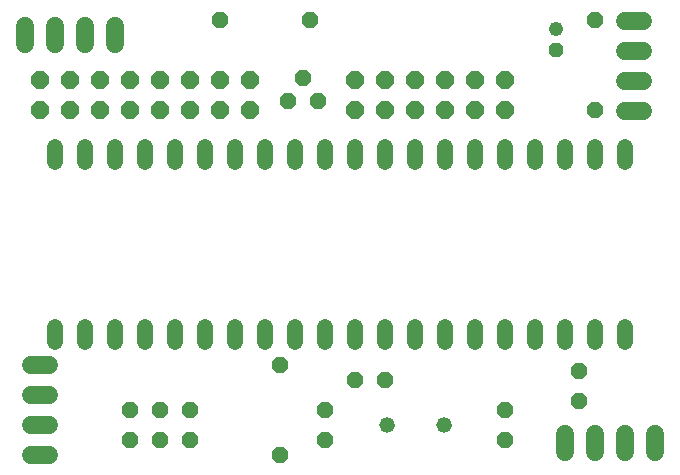
<source format=gbr>
G04 EAGLE Gerber RS-274X export*
G75*
%MOMM*%
%FSLAX34Y34*%
%LPD*%
%INTop Copper*%
%IPPOS*%
%AMOC8*
5,1,8,0,0,1.08239X$1,22.5*%
G01*
%ADD10P,1.319650X8X292.500000*%
%ADD11C,1.219200*%
%ADD12P,1.649562X8X22.500000*%
%ADD13C,1.524000*%
%ADD14P,1.429621X8X292.500000*%
%ADD15P,1.429621X8X202.500000*%
%ADD16P,1.429621X8X22.500000*%
%ADD17P,1.649562X8X202.500000*%
%ADD18P,1.539592X8X22.500000*%
%ADD19C,1.320800*%
%ADD20P,1.429621X8X112.500000*%
%ADD21C,1.320800*%


D10*
X792480Y609600D03*
D11*
X792480Y627380D03*
D12*
X355600Y558800D03*
X355600Y584200D03*
X381000Y558800D03*
X381000Y584200D03*
X406400Y558800D03*
X406400Y584200D03*
X431800Y558800D03*
X431800Y584200D03*
X457200Y558800D03*
X457200Y584200D03*
X482600Y558800D03*
X482600Y584200D03*
X508000Y558800D03*
X508000Y584200D03*
X533400Y558800D03*
X533400Y584200D03*
D13*
X800100Y284480D02*
X800100Y269240D01*
X825500Y269240D02*
X825500Y284480D01*
X850900Y284480D02*
X850900Y269240D01*
X876300Y269240D02*
X876300Y284480D01*
X363220Y342900D02*
X347980Y342900D01*
X347980Y317500D02*
X363220Y317500D01*
X363220Y292100D02*
X347980Y292100D01*
X347980Y266700D02*
X363220Y266700D01*
X850900Y557530D02*
X866140Y557530D01*
X866140Y582930D02*
X850900Y582930D01*
X850900Y608330D02*
X866140Y608330D01*
X866140Y633730D02*
X850900Y633730D01*
X419100Y629920D02*
X419100Y614680D01*
X393700Y614680D02*
X393700Y629920D01*
X368300Y629920D02*
X368300Y614680D01*
X342900Y614680D02*
X342900Y629920D01*
D14*
X825500Y635000D03*
X825500Y558800D03*
D15*
X584200Y635000D03*
X508000Y635000D03*
D16*
X590550Y566420D03*
X577850Y585470D03*
X565150Y566420D03*
D17*
X749300Y584200D03*
X749300Y558800D03*
X723900Y584200D03*
X723900Y558800D03*
X698500Y584200D03*
X698500Y558800D03*
X673100Y584200D03*
X673100Y558800D03*
X647700Y584200D03*
X647700Y558800D03*
X622300Y584200D03*
X622300Y558800D03*
D18*
X431800Y279400D03*
X431800Y304800D03*
X457200Y279400D03*
X457200Y304800D03*
X482600Y279400D03*
X482600Y304800D03*
D19*
X368300Y361696D02*
X368300Y374904D01*
X393700Y374904D02*
X393700Y361696D01*
X419100Y361696D02*
X419100Y374904D01*
X444500Y374904D02*
X444500Y361696D01*
X469900Y361696D02*
X469900Y374904D01*
X495300Y374904D02*
X495300Y361696D01*
X520700Y361696D02*
X520700Y374904D01*
X546100Y374904D02*
X546100Y361696D01*
X571500Y361696D02*
X571500Y374904D01*
X596900Y374904D02*
X596900Y361696D01*
X622300Y361696D02*
X622300Y374904D01*
X647700Y374904D02*
X647700Y361696D01*
X673100Y361696D02*
X673100Y374904D01*
X698500Y374904D02*
X698500Y361696D01*
X723900Y361696D02*
X723900Y374904D01*
X749300Y374904D02*
X749300Y361696D01*
X774700Y361696D02*
X774700Y374904D01*
X800100Y374904D02*
X800100Y361696D01*
X825500Y361696D02*
X825500Y374904D01*
X850900Y374904D02*
X850900Y361696D01*
X850900Y514096D02*
X850900Y527304D01*
X825500Y527304D02*
X825500Y514096D01*
X800100Y514096D02*
X800100Y527304D01*
X774700Y527304D02*
X774700Y514096D01*
X749300Y514096D02*
X749300Y527304D01*
X723900Y527304D02*
X723900Y514096D01*
X698500Y514096D02*
X698500Y527304D01*
X673100Y527304D02*
X673100Y514096D01*
X647700Y514096D02*
X647700Y527304D01*
X622300Y527304D02*
X622300Y514096D01*
X596900Y514096D02*
X596900Y527304D01*
X571500Y527304D02*
X571500Y514096D01*
X546100Y514096D02*
X546100Y527304D01*
X520700Y527304D02*
X520700Y514096D01*
X495300Y514096D02*
X495300Y527304D01*
X469900Y527304D02*
X469900Y514096D01*
X444500Y514096D02*
X444500Y527304D01*
X419100Y527304D02*
X419100Y514096D01*
X393700Y514096D02*
X393700Y527304D01*
X368300Y527304D02*
X368300Y514096D01*
D20*
X596900Y279400D03*
X596900Y304800D03*
X749300Y279400D03*
X749300Y304800D03*
D15*
X647700Y330200D03*
X622300Y330200D03*
D21*
X697230Y292100D03*
X648970Y292100D03*
D14*
X558800Y342900D03*
X558800Y266700D03*
D20*
X811530Y312420D03*
X811530Y337820D03*
M02*

</source>
